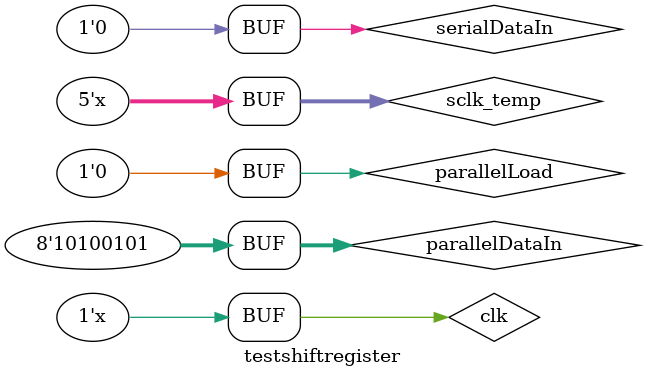
<source format=v>
module shiftregister(clk, peripheralClkEdge, parallelLoad, parallelDataIn, serialDataIn, parallelDataOut, serialDataOut);
parameter width = 8;
input               clk;
input               peripheralClkEdge;
input               parallelLoad;
output[width-1:0]   parallelDataOut;
output              serialDataOut;
input[width-1:0]    parallelDataIn;
input               serialDataIn;

reg[width-1:0]      shiftregistermem;

assign serialDataOut=shiftregistermem[0];
assign parallelDataOut=shiftregistermem;

always @(posedge clk) begin
    if (parallelLoad==1) begin
	shiftregistermem = parallelDataIn;
    end else begin
	if (peripheralClkEdge==1) begin
	shiftregistermem = {serialDataIn,shiftregistermem[width-1:1]};
	end
    end
end
endmodule

module testshiftregister;
reg             clk;
reg             peripheralClkEdge;
reg             parallelLoad;
wire[7:0]       parallelDataOut;
wire            serialDataOut;
reg[7:0]        parallelDataIn;
reg             serialDataIn; 

reg [4:0] sclk_temp;

shiftregister #(8) sr(clk, peripheralClkEdge, parallelLoad, parallelDataIn, serialDataIn, parallelDataOut, serialDataOut);

initial begin clk=0; sclk_temp=0; end
always #10 clk=!clk;
initial parallelDataIn=16'hA5;

// serial clock
always #10 begin
	sclk_temp=sclk_temp+1;
	sclk_temp=sclk_temp % 10;
	if (sclk_temp==1) peripheralClkEdge=1;
	else peripheralClkEdge=0;
end

initial begin

parallelLoad=0; 

serialDataIn=1; #200
serialDataIn=0; #200
serialDataIn=1; #200
serialDataIn=0; #200
serialDataIn=1; #200
serialDataIn=0; #200
serialDataIn=1; #200
serialDataIn=0; 



//parallelLoad=0;
//$display("%b", parallelDataOut);
//serialDataIn=1;
//peripheralClkEdge=0; #90
//peripheralClkEdge=1; #10
//$display("%b", parallelDataOut);
//serialDataIn=1;
//peripheralClkEdge=0; #90
//peripheralClkEdge=1; #10
//$display("%b", parallelDataOut);
//serialDataIn=0;
//peripheralClkEdge=0; #90
//peripheralClkEdge=1; #10
//$display("%b", parallelDataOut);
//serialDataIn=1;
//peripheralClkEdge=0; #90
//peripheralClkEdge=1; #10
//$display("%b", parallelDataOut);
//serialDataIn=1;
//peripheralClkEdge=0; #90
//peripheralClkEdge=1; #10
//$display("%b", parallelDataOut);
//serialDataIn=0;
//peripheralClkEdge=0; #90
//peripheralClkEdge=1; #10
//$display("%b", parallelDataOut);
//parallelLoad=1;
//peripheralClkEdge=0; #90
//peripheralClkEdge=1; #10
//peripheralClkEdge=0; #90
//peripheralClkEdge=1; #10
//parallelLoad=0;
//peripheralClkEdge=0; #90
//peripheralClkEdge=1; #10
//peripheralClkEdge=0; #90
//peripheralClkEdge=1; #10
//peripheralClkEdge=0; #90
//peripheralClkEdge=1; #10
//peripheralClkEdge=0; #90
//peripheralClkEdge=1; #10
//peripheralClkEdge=0; #90
//peripheralClkEdge=1; #10
//peripheralClkEdge=0; #90
//peripheralClkEdge=1; #10
//peripheralClkEdge=0; #90
//peripheralClkEdge=1; #10
//peripheralClkEdge=0; #90
//peripheralClkEdge=1; #10
//peripheralClkEdge=0; #90
//peripheralClkEdge=1; #10
//peripheralClkEdge=0;
//$display("%b", parallelDataOut);
end

endmodule


</source>
